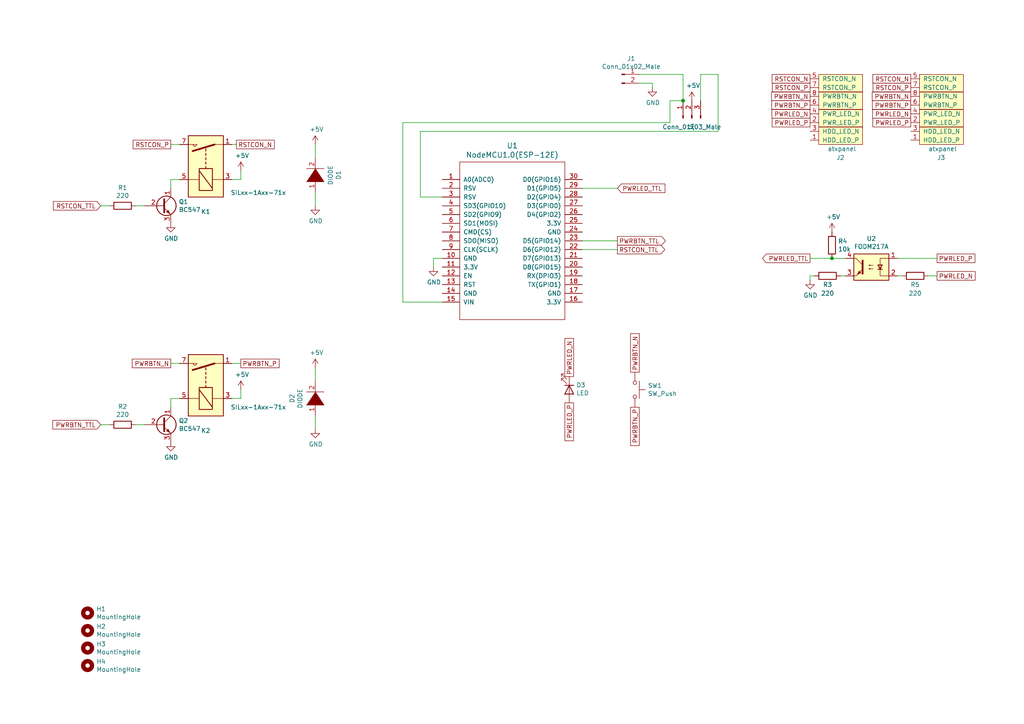
<source format=kicad_sch>
(kicad_sch (version 20211123) (generator eeschema)
  (paper "A4")
  (lib_symbols
    (symbol "Connector:Conn_01x02_Male" (pin_names (offset 1.016) hide)
      (property "Reference" "J" (at 0 2.54 0))
      (property "Value" "Conn_01x02_Male" (at 0 -5.08 0))
      (symbol "Conn_01x02_Male_1_1"
        (polyline (pts (xy 1.27 -2.54) (xy 0.8636 -2.54)) (stroke (width 0.1524)))
        (polyline (pts (xy 1.27 0) (xy 0.8636 0)) (stroke (width 0.1524)))
        (rectangle (start 0.8636 -2.413) (end 0 -2.667) (stroke (width 0.1524)) (fill (type outline)))
        (rectangle (start 0.8636 0.127) (end 0 -0.127) (stroke (width 0.1524)) (fill (type outline)))
        (pin passive line (at 5.08 0 180) (length 3.81) (name "Pin_1") (number "1"))
        (pin passive line (at 5.08 -2.54 180) (length 3.81) (name "Pin_2") (number "2"))
      )
    )
    (symbol "Connector:Conn_01x03_Male" (pin_names (offset 1.016) hide)
      (property "Reference" "J" (at 0 5.08 0))
      (property "Value" "Conn_01x03_Male" (at 0 -5.08 0))
      (symbol "Conn_01x03_Male_1_1"
        (polyline (pts (xy 1.27 -2.54) (xy 0.8636 -2.54)) (stroke (width 0.1524)))
        (polyline (pts (xy 1.27 0) (xy 0.8636 0)) (stroke (width 0.1524)))
        (polyline (pts (xy 1.27 2.54) (xy 0.8636 2.54)) (stroke (width 0.1524)))
        (rectangle (start 0.8636 -2.413) (end 0 -2.667) (stroke (width 0.1524)) (fill (type outline)))
        (rectangle (start 0.8636 0.127) (end 0 -0.127) (stroke (width 0.1524)) (fill (type outline)))
        (rectangle (start 0.8636 2.667) (end 0 2.413) (stroke (width 0.1524)) (fill (type outline)))
        (pin passive line (at 5.08 2.54 180) (length 3.81) (name "Pin_1") (number "1"))
        (pin passive line (at 5.08 0 180) (length 3.81) (name "Pin_2") (number "2"))
        (pin passive line (at 5.08 -2.54 180) (length 3.81) (name "Pin_3") (number "3"))
      )
    )
    (symbol "Device:LED" (pin_numbers hide) (pin_names (offset 1.016) hide)
      (property "Reference" "D" (at 0 2.54 0))
      (property "Value" "LED" (at 0 -2.54 0))
      (symbol "LED_0_1"
        (polyline (pts (xy -1.27 -1.27) (xy -1.27 1.27)) (stroke (width 0.254)))
        (polyline (pts (xy -1.27 0) (xy 1.27 0)))
        (polyline (pts (xy 1.27 -1.27) (xy 1.27 1.27) (xy -1.27 0) (xy 1.27 -1.27)) (stroke (width 0.254)))
        (polyline (pts (xy -3.048 -0.762) (xy -4.572 -2.286) (xy -3.81 -2.286) (xy -4.572 -2.286) (xy -4.572 -1.524)))
        (polyline (pts (xy -1.778 -0.762) (xy -3.302 -2.286) (xy -2.54 -2.286) (xy -3.302 -2.286) (xy -3.302 -1.524)))
      )
      (symbol "LED_1_1"
        (pin passive line (at -3.81 0 0) (length 2.54) (name "K") (number "1"))
        (pin passive line (at 3.81 0 180) (length 2.54) (name "A") (number "2"))
      )
    )
    (symbol "Device:R" (pin_numbers hide) (pin_names (offset 0))
      (property "Reference" "R" (at 2.032 0 90))
      (property "Value" "R" (at 0 0 90))
      (symbol "R_0_1"
        (rectangle (start -1.016 -2.54) (end 1.016 2.54) (stroke (width 0.254)))
      )
      (symbol "R_1_1"
        (pin passive line (at 0 3.81 270) (length 1.27) (name "~") (number "1"))
        (pin passive line (at 0 -3.81 90) (length 1.27) (name "~") (number "2"))
      )
    )
    (symbol "Isolator:FODM217A"
      (property "Reference" "U" (at -5.08 5.08 0))
      (property "Value" "FODM217A" (at 0 5.08 0))
      (symbol "FODM217A_0_1"
        (rectangle (start -5.08 3.81) (end 5.08 -3.81) (stroke (width 0.254)) (fill (type background)))
        (polyline (pts (xy -3.175 -0.635) (xy -1.905 -0.635)) (stroke (width 0.254)))
        (polyline (pts (xy 2.54 0.635) (xy 4.445 2.54)))
        (polyline (pts (xy 4.445 -2.54) (xy 2.54 -0.635)) (fill (type outline)))
        (polyline (pts (xy 4.445 -2.54) (xy 5.08 -2.54)))
        (polyline (pts (xy 4.445 2.54) (xy 5.08 2.54)))
        (polyline (pts (xy -5.08 2.54) (xy -2.54 2.54) (xy -2.54 -0.635)))
        (polyline (pts (xy -2.54 -0.635) (xy -2.54 -2.54) (xy -5.08 -2.54)))
        (polyline (pts (xy 2.54 1.905) (xy 2.54 -1.905) (xy 2.54 -1.905)) (stroke (width 0.508)))
        (polyline (pts (xy -2.54 -0.635) (xy -3.175 0.635) (xy -1.905 0.635) (xy -2.54 -0.635)) (stroke (width 0.254)))
        (polyline (pts (xy -0.508 -0.508) (xy 0.762 -0.508) (xy 0.381 -0.635) (xy 0.381 -0.381) (xy 0.762 -0.508)))
        (polyline (pts (xy -0.508 0.508) (xy 0.762 0.508) (xy 0.381 0.381) (xy 0.381 0.635) (xy 0.762 0.508)))
        (polyline (pts (xy 3.048 -1.651) (xy 3.556 -1.143) (xy 4.064 -2.159) (xy 3.048 -1.651) (xy 3.048 -1.651)) (fill (type outline)))
      )
      (symbol "FODM217A_1_1"
        (pin passive line (at -7.62 2.54 0) (length 2.54) (name "~") (number "1"))
        (pin passive line (at -7.62 -2.54 0) (length 2.54) (name "~") (number "2"))
        (pin passive line (at 7.62 -2.54 180) (length 2.54) (name "~") (number "3"))
        (pin passive line (at 7.62 2.54 180) (length 2.54) (name "~") (number "4"))
      )
    )
    (symbol "Mechanical:MountingHole" (pin_names (offset 1.016))
      (property "Reference" "H" (at 0 5.08 0))
      (property "Value" "MountingHole" (at 0 3.175 0))
      (symbol "MountingHole_0_1"
        (circle (center 0 0) (radius 1.27) (stroke (width 1.27)))
      )
    )
    (symbol "Relay:SILxx-1Axx-71x"
      (property "Reference" "K" (at 8.89 3.81 0))
      (property "Value" "SILxx-1Axx-71x" (at 8.89 1.27 0))
      (symbol "SILxx-1Axx-71x_0_0"
        (polyline (pts (xy 5.08 5.08) (xy 5.08 2.54) (xy 4.445 3.175) (xy 5.08 3.81)))
      )
      (symbol "SILxx-1Axx-71x_0_1"
        (rectangle (start -10.16 5.08) (end 7.62 -5.08) (stroke (width 0.254)) (fill (type background)))
        (rectangle (start -8.255 1.905) (end -1.905 -1.905) (stroke (width 0.254)))
        (polyline (pts (xy -7.62 -1.905) (xy -2.54 1.905)) (stroke (width 0.254)))
        (polyline (pts (xy -5.08 -5.08) (xy -5.08 -1.905)))
        (polyline (pts (xy -5.08 5.08) (xy -5.08 1.905)))
        (polyline (pts (xy -1.905 0) (xy -1.27 0)) (stroke (width 0.254)))
        (polyline (pts (xy -0.635 0) (xy 0 0)) (stroke (width 0.254)))
        (polyline (pts (xy 0.635 0) (xy 1.27 0)) (stroke (width 0.254)))
        (polyline (pts (xy 1.905 0) (xy 2.54 0)) (stroke (width 0.254)))
        (polyline (pts (xy 3.175 0) (xy 3.81 0)) (stroke (width 0.254)))
        (polyline (pts (xy 5.08 -2.54) (xy 3.175 3.81)) (stroke (width 0.508)))
        (polyline (pts (xy 5.08 -2.54) (xy 5.08 -5.08)))
      )
      (symbol "SILxx-1Axx-71x_1_1"
        (pin passive line (at 5.08 -7.62 90) (length 2.54) (name "~") (number "1"))
        (pin passive line (at -5.08 -7.62 90) (length 2.54) (name "~") (number "3"))
        (pin passive line (at -5.08 7.62 270) (length 2.54) (name "~") (number "5"))
        (pin passive line (at 5.08 7.62 270) (length 2.54) (name "~") (number "7"))
      )
    )
    (symbol "Switch:SW_Push" (pin_numbers hide) (pin_names (offset 1.016) hide)
      (property "Reference" "SW" (at 1.27 2.54 0))
      (property "Value" "SW_Push" (at 0 -1.524 0))
      (symbol "SW_Push_0_1"
        (circle (center -2.032 0) (radius 0.508))
        (polyline (pts (xy 0 1.27) (xy 0 3.048)))
        (polyline (pts (xy 2.54 1.27) (xy -2.54 1.27)))
        (circle (center 2.032 0) (radius 0.508))
        (pin passive line (at -5.08 0 0) (length 2.54) (name "1") (number "1"))
        (pin passive line (at 5.08 0 180) (length 2.54) (name "2") (number "2"))
      )
    )
    (symbol "Transistor_BJT:BC547" (pin_names (offset 0) hide)
      (property "Reference" "Q" (at 5.08 1.905 0))
      (property "Value" "BC547" (at 5.08 0 0))
      (symbol "BC547_0_1"
        (polyline (pts (xy 0 0) (xy 0.635 0)))
        (polyline (pts (xy 0.635 0.635) (xy 2.54 2.54)))
        (polyline (pts (xy 0.635 -0.635) (xy 2.54 -2.54) (xy 2.54 -2.54)))
        (polyline (pts (xy 0.635 1.905) (xy 0.635 -1.905) (xy 0.635 -1.905)) (stroke (width 0.508)))
        (polyline (pts (xy 1.27 -1.778) (xy 1.778 -1.27) (xy 2.286 -2.286) (xy 1.27 -1.778) (xy 1.27 -1.778)) (fill (type outline)))
        (circle (center 1.27 0) (radius 2.8194) (stroke (width 0.254)))
      )
      (symbol "BC547_1_1"
        (pin passive line (at 2.54 5.08 270) (length 2.54) (name "C") (number "1"))
        (pin input line (at -5.08 0 0) (length 5.08) (name "B") (number "2"))
        (pin passive line (at 2.54 -5.08 90) (length 2.54) (name "E") (number "3"))
      )
    )
    (symbol "esp8266:NodeMCU1.0(ESP-12E)" (pin_names (offset 1.016))
      (property "Reference" "U" (at 0 21.59 0))
      (property "Value" "NodeMCU1.0(ESP-12E)" (at 0 -21.59 0))
      (symbol "NodeMCU1.0(ESP-12E)_0_1"
        (rectangle (start -15.24 -22.86) (end 15.24 22.86))
      )
      (symbol "NodeMCU1.0(ESP-12E)_1_1"
        (pin input line (at -20.32 17.78 0) (length 5.08) (name "A0(ADC0)") (number "1"))
        (pin input line (at -20.32 -5.08 0) (length 5.08) (name "GND") (number "10"))
        (pin input line (at -20.32 -7.62 0) (length 5.08) (name "3.3V") (number "11"))
        (pin input line (at -20.32 -10.16 0) (length 5.08) (name "EN") (number "12"))
        (pin input line (at -20.32 -12.7 0) (length 5.08) (name "RST") (number "13"))
        (pin input line (at -20.32 -15.24 0) (length 5.08) (name "GND") (number "14"))
        (pin input line (at -20.32 -17.78 0) (length 5.08) (name "VIN") (number "15"))
        (pin input line (at 20.32 -17.78 180) (length 5.08) (name "3.3V") (number "16"))
        (pin input line (at 20.32 -15.24 180) (length 5.08) (name "GND") (number "17"))
        (pin input line (at 20.32 -12.7 180) (length 5.08) (name "TX(GPIO1)") (number "18"))
        (pin input line (at 20.32 -10.16 180) (length 5.08) (name "RX(DPIO3)") (number "19"))
        (pin input line (at -20.32 15.24 0) (length 5.08) (name "RSV") (number "2"))
        (pin input line (at 20.32 -7.62 180) (length 5.08) (name "D8(GPIO15)") (number "20"))
        (pin input line (at 20.32 -5.08 180) (length 5.08) (name "D7(GPIO13)") (number "21"))
        (pin input line (at 20.32 -2.54 180) (length 5.08) (name "D6(GPIO12)") (number "22"))
        (pin input line (at 20.32 0 180) (length 5.08) (name "D5(GPIO14)") (number "23"))
        (pin input line (at 20.32 2.54 180) (length 5.08) (name "GND") (number "24"))
        (pin input line (at 20.32 5.08 180) (length 5.08) (name "3.3V") (number "25"))
        (pin input line (at 20.32 7.62 180) (length 5.08) (name "D4(GPIO2)") (number "26"))
        (pin input line (at 20.32 10.16 180) (length 5.08) (name "D3(GPIO0)") (number "27"))
        (pin input line (at 20.32 12.7 180) (length 5.08) (name "D2(GPIO4)") (number "28"))
        (pin input line (at 20.32 15.24 180) (length 5.08) (name "D1(GPIO5)") (number "29"))
        (pin input line (at -20.32 12.7 0) (length 5.08) (name "RSV") (number "3"))
        (pin input line (at 20.32 17.78 180) (length 5.08) (name "D0(GPIO16)") (number "30"))
        (pin input line (at -20.32 10.16 0) (length 5.08) (name "SD3(GPIO10)") (number "4"))
        (pin input line (at -20.32 7.62 0) (length 5.08) (name "SD2(GPIO9)") (number "5"))
        (pin input line (at -20.32 5.08 0) (length 5.08) (name "SD1(MOSI)") (number "6"))
        (pin input line (at -20.32 2.54 0) (length 5.08) (name "CMD(CS)") (number "7"))
        (pin input line (at -20.32 0 0) (length 5.08) (name "SDO(MISO)") (number "8"))
        (pin input line (at -20.32 -2.54 0) (length 5.08) (name "CLK(SCLK)") (number "9"))
      )
    )
    (symbol "power:+5V" (power) (pin_names (offset 0))
      (property "Value" "+5V" (at 0 3.556 0))
      (symbol "+5V_0_1"
        (polyline (pts (xy -0.762 1.27) (xy 0 2.54)))
        (polyline (pts (xy 0 0) (xy 0 2.54)))
        (polyline (pts (xy 0 2.54) (xy 0.762 1.27)))
      )
      (symbol "+5V_1_1"
        (pin power_in line (at 0 0 90) (length 0) hide (name "+5V") (number "1"))
      )
    )
    (symbol "power:GND" (power) (pin_names (offset 0))
      (property "Value" "GND" (at 0 -3.81 0))
      (symbol "GND_0_1"
        (polyline (pts (xy 0 0) (xy 0 -1.27) (xy 1.27 -1.27) (xy 0 -2.54) (xy -1.27 -1.27) (xy 0 -1.27)))
      )
      (symbol "GND_1_1"
        (pin power_in line (at 0 0 270) (length 0) hide (name "GND") (number "1"))
      )
    )
    (symbol "pspice:DIODE" (pin_names (offset 1.016) hide)
      (property "Reference" "D" (at 0 3.81 0))
      (property "Value" "DIODE" (at 0 -4.445 0))
      (symbol "DIODE_0_1"
        (polyline (pts (xy 1.905 2.54) (xy 1.905 -2.54)))
        (polyline (pts (xy -1.905 2.54) (xy -1.905 -2.54) (xy 1.905 0)) (fill (type outline)))
      )
      (symbol "DIODE_1_1"
        (pin input line (at -5.08 0 0) (length 3.81) (name "K") (number "1"))
        (pin input line (at 5.08 0 180) (length 3.81) (name "A") (number "2"))
      )
    )
    (symbol "symbols:atxpanel" (pin_names (offset 1.016))
      (property "Reference" "J" (at 0 -11.43 0))
      (property "Value" "atxpanel" (at 0 -12.7 0))
      (symbol "atxpanel_0_1"
        (rectangle (start -6.35 0) (end 6.35 -5.08) (fill (type background)))
        (rectangle (start -6.35 5.08) (end 6.35 0) (fill (type background)))
        (rectangle (start -6.35 10.16) (end 6.35 5.08) (fill (type background)))
        (rectangle (start 6.35 -5.08) (end -6.35 -10.16) (fill (type background)))
      )
      (symbol "atxpanel_1_1"
        (pin output line (at 8.89 8.89 180) (length 2.54) (name "HDD_LED_P") (number "1"))
        (pin output line (at 8.89 3.81 180) (length 2.54) (name "PWR_LED_P") (number "2"))
        (pin output line (at 8.89 6.35 180) (length 2.54) (name "HDD_LED_N") (number "3"))
        (pin output line (at 8.89 1.27 180) (length 2.54) (name "PWR_LED_N") (number "4"))
        (pin output line (at 8.89 -8.89 180) (length 2.54) (name "RSTCON_N") (number "5"))
        (pin output line (at 8.89 -1.27 180) (length 2.54) (name "PWRBTN_P") (number "6"))
        (pin output line (at 8.89 -6.35 180) (length 2.54) (name "RSTCON_P") (number "7"))
        (pin output line (at 8.89 -3.81 180) (length 2.54) (name "PWRBTN_N") (number "8"))
      )
    )
  )
  (junction (at 241.3 74.93))
  (junction (at 198.12 29.21))
  (wire (pts (xy 234.95 80.01) (xy 234.95 81.28)))
  (wire (pts (xy 91.44 110.49) (xy 91.44 106.68)))
  (wire (pts (xy 29.21 59.69) (xy 31.75 59.69)))
  (wire (pts (xy 125.73 74.93) (xy 125.73 77.47)))
  (wire (pts (xy 121.92 38.1) (xy 208.28 38.1)))
  (wire (pts (xy 198.12 29.21) (xy 198.12 21.59)))
  (wire (pts (xy 245.11 74.93) (xy 241.3 74.93)))
  (wire (pts (xy 116.84 87.63) (xy 128.27 87.63)))
  (wire (pts (xy 91.44 124.46) (xy 91.44 120.65)))
  (wire (pts (xy 185.42 21.59) (xy 198.12 21.59)))
  (wire (pts (xy 208.28 38.1) (xy 208.28 21.59)))
  (wire (pts (xy 49.53 115.57) (xy 52.07 115.57)))
  (wire (pts (xy 49.53 41.91) (xy 52.07 41.91)))
  (wire (pts (xy 128.27 57.15) (xy 121.92 57.15)))
  (wire (pts (xy 198.12 29.21) (xy 194.31 29.21)))
  (wire (pts (xy 194.31 35.56) (xy 116.84 35.56)))
  (wire (pts (xy 69.85 115.57) (xy 69.85 113.03)))
  (wire (pts (xy 241.3 74.93) (xy 234.95 74.93)))
  (wire (pts (xy 271.78 80.01) (xy 269.24 80.01)))
  (wire (pts (xy 29.21 123.19) (xy 31.75 123.19)))
  (wire (pts (xy 49.53 118.11) (xy 49.53 115.57)))
  (wire (pts (xy 243.84 80.01) (xy 245.11 80.01)))
  (wire (pts (xy 91.44 45.72) (xy 91.44 41.91)))
  (wire (pts (xy 194.31 29.21) (xy 194.31 35.56)))
  (wire (pts (xy 261.62 80.01) (xy 260.35 80.01)))
  (wire (pts (xy 67.31 115.57) (xy 69.85 115.57)))
  (wire (pts (xy 91.44 55.88) (xy 91.44 59.69)))
  (wire (pts (xy 208.28 21.59) (xy 203.2 21.59)))
  (wire (pts (xy 39.37 59.69) (xy 41.91 59.69)))
  (wire (pts (xy 189.23 25.4) (xy 189.23 24.13)))
  (wire (pts (xy 189.23 24.13) (xy 185.42 24.13)))
  (wire (pts (xy 39.37 123.19) (xy 41.91 123.19)))
  (wire (pts (xy 260.35 74.93) (xy 271.78 74.93)))
  (wire (pts (xy 49.53 54.61) (xy 49.53 52.07)))
  (wire (pts (xy 67.31 105.41) (xy 69.85 105.41)))
  (wire (pts (xy 49.53 105.41) (xy 52.07 105.41)))
  (wire (pts (xy 69.85 52.07) (xy 69.85 49.53)))
  (wire (pts (xy 168.91 72.39) (xy 179.07 72.39)))
  (wire (pts (xy 121.92 57.15) (xy 121.92 38.1)))
  (wire (pts (xy 179.07 54.61) (xy 168.91 54.61)))
  (wire (pts (xy 116.84 35.56) (xy 116.84 87.63)))
  (wire (pts (xy 67.31 52.07) (xy 69.85 52.07)))
  (wire (pts (xy 203.2 21.59) (xy 203.2 29.21)))
  (wire (pts (xy 236.22 80.01) (xy 234.95 80.01)))
  (wire (pts (xy 49.53 52.07) (xy 52.07 52.07)))
  (wire (pts (xy 168.91 69.85) (xy 179.07 69.85)))
  (wire (pts (xy 128.27 74.93) (xy 125.73 74.93)))
  (wire (pts (xy 67.31 41.91) (xy 68.58 41.91)))
  (global_label "PWRBTN_P" (shape passive) (at 264.16 30.48 180) (property "Intersheet References" "${INTERSHEET_REFS}" (effects hide)))
  (global_label "RSTCON_P" (shape passive) (at 264.16 25.4 180) (property "Intersheet References" "${INTERSHEET_REFS}" (effects hide)))
  (global_label "PWRLED_N" (shape passive) (at 165.1 109.22 90) (property "Intersheet References" "${INTERSHEET_REFS}" (effects hide)))
  (global_label "PWRLED_TTL" (shape output) (at 234.95 74.93 180) (property "Intersheet References" "${INTERSHEET_REFS}" (effects hide)))
  (global_label "RSTCON_N" (shape passive) (at 264.16 22.86 180) (property "Intersheet References" "${INTERSHEET_REFS}" (effects hide)))
  (global_label "PWRBTN_TTL" (shape output) (at 179.07 69.85 0) (property "Intersheet References" "${INTERSHEET_REFS}" (effects hide)))
  (global_label "PWRLED_N" (shape passive) (at 271.78 80.01 0) (property "Intersheet References" "${INTERSHEET_REFS}" (effects hide)))
  (global_label "PWRBTN_P" (shape passive) (at 184.15 118.11 270) (property "Intersheet References" "${INTERSHEET_REFS}" (effects hide)))
  (global_label "PWRBTN_N" (shape passive) (at 49.53 105.41 180) (property "Intersheet References" "${INTERSHEET_REFS}" (effects hide)))
  (global_label "PWRBTN_P" (shape passive) (at 69.85 105.41 0) (property "Intersheet References" "${INTERSHEET_REFS}" (effects hide)))
  (global_label "PWRLED_P" (shape passive) (at 165.1 116.84 270) (property "Intersheet References" "${INTERSHEET_REFS}" (effects hide)))
  (global_label "RSTCON_P" (shape passive) (at 49.53 41.91 180) (property "Intersheet References" "${INTERSHEET_REFS}" (effects hide)))
  (global_label "PWRBTN_TTL" (shape input) (at 29.21 123.19 180) (property "Intersheet References" "${INTERSHEET_REFS}" (effects hide)))
  (global_label "PWRBTN_N" (shape passive) (at 264.16 27.94 180) (property "Intersheet References" "${INTERSHEET_REFS}" (effects hide)))
  (global_label "RSTCON_P" (shape passive) (at 234.95 25.4 180) (property "Intersheet References" "${INTERSHEET_REFS}" (effects hide)))
  (global_label "RSTCON_N" (shape passive) (at 234.95 22.86 180) (property "Intersheet References" "${INTERSHEET_REFS}" (effects hide)))
  (global_label "PWRLED_TTL" (shape input) (at 179.07 54.61 0) (property "Intersheet References" "${INTERSHEET_REFS}" (effects hide)))
  (global_label "PWRBTN_N" (shape passive) (at 234.95 27.94 180) (property "Intersheet References" "${INTERSHEET_REFS}" (effects hide)))
  (global_label "RSTCON_N" (shape passive) (at 68.58 41.91 0) (property "Intersheet References" "${INTERSHEET_REFS}" (effects hide)))
  (global_label "RSTCON_TTL" (shape input) (at 29.21 59.69 180) (property "Intersheet References" "${INTERSHEET_REFS}" (effects hide)))
  (global_label "RSTCON_TTL" (shape output) (at 179.07 72.39 0) (property "Intersheet References" "${INTERSHEET_REFS}" (effects hide)))
  (global_label "PWRLED_N" (shape passive) (at 264.16 33.02 180) (property "Intersheet References" "${INTERSHEET_REFS}" (effects hide)))
  (global_label "PWRBTN_N" (shape passive) (at 184.15 107.95 90) (property "Intersheet References" "${INTERSHEET_REFS}" (effects hide)))
  (global_label "PWRLED_P" (shape passive) (at 234.95 35.56 180) (property "Intersheet References" "${INTERSHEET_REFS}" (effects hide)))
  (global_label "PWRLED_P" (shape passive) (at 271.78 74.93 0) (property "Intersheet References" "${INTERSHEET_REFS}" (effects hide)))
  (global_label "PWRLED_N" (shape passive) (at 234.95 33.02 180) (property "Intersheet References" "${INTERSHEET_REFS}" (effects hide)))
  (global_label "PWRLED_P" (shape passive) (at 264.16 35.56 180) (property "Intersheet References" "${INTERSHEET_REFS}" (effects hide)))
  (global_label "PWRBTN_P" (shape passive) (at 234.95 30.48 180) (property "Intersheet References" "${INTERSHEET_REFS}" (effects hide)))
  (symbol (lib_id "Transistor_BJT:BC547") (at 46.99 123.19 0) (unit 1)
    (property "Reference" "Q2" (at 51.8414 122.0216 0) (effects (justify left)))
    (property "Value" "BC547" (at 51.8414 124.333 0) (effects (justify left)))
    (property "Footprint" "Package_TO_SOT_THT:TO-92_Inline_Wide" (effects hide))
    (property "Datasheet" "http://www.fairchildsemi.com/ds/BC/BC547.pdf" (effects hide))
  )
  (symbol (lib_id "Relay:SILxx-1Axx-71x") (at 59.69 110.49 90) (unit 1)
    (property "Reference" "K2" (at 59.69 124.8918 90))
    (property "Value" "SILxx-1Axx-71x" (at 74.93 118.11 90))
    (property "Footprint" "Relay_THT:Relay_SPST_StandexMeder_SIL_Form1A" (effects hide))
    (property "Datasheet" "https://standexelectronics.com/wp-content/uploads/datasheet_reed_relay_SIL.pdf" (effects hide))
  )
  (symbol (lib_id "power:GND") (at 49.53 128.27 0) (unit 1)
    (property "Reference" "#PWR0101" (effects hide))
    (property "Value" "GND" (at 49.657 132.6642 0))
  )
  (symbol (lib_id "power:+5V") (at 69.85 113.03 0) (unit 1)
    (property "Reference" "#PWR0102" (effects hide))
    (property "Value" "+5V" (at 70.231 108.6358 0))
  )
  (symbol (lib_id "symbols:atxpanel") (at 273.05 31.75 180) (unit 1)
    (property "Reference" "J3" (at 271.78 45.72 0) (effects (justify right)))
    (property "Value" "atxpanel" (at 269.24 43.18 0) (effects (justify right)))
    (property "Footprint" "symbols:atx-panel-horz-inverted" (effects hide))
  )
  (symbol (lib_id "Transistor_BJT:BC547") (at 46.99 59.69 0) (unit 1)
    (property "Reference" "Q1" (at 51.8414 58.5216 0) (effects (justify left)))
    (property "Value" "BC547" (at 51.8414 60.833 0) (effects (justify left)))
    (property "Footprint" "Package_TO_SOT_THT:TO-92_Inline_Wide" (effects hide))
    (property "Datasheet" "http://www.fairchildsemi.com/ds/BC/BC547.pdf" (effects hide))
  )
  (symbol (lib_id "Relay:SILxx-1Axx-71x") (at 59.69 46.99 90) (unit 1)
    (property "Reference" "K1" (at 59.69 61.3918 90))
    (property "Value" "SILxx-1Axx-71x" (at 74.93 55.88 90))
    (property "Footprint" "Relay_THT:Relay_SPST_StandexMeder_SIL_Form1A" (effects hide))
    (property "Datasheet" "https://standexelectronics.com/wp-content/uploads/datasheet_reed_relay_SIL.pdf" (effects hide))
  )
  (symbol (lib_id "power:GND") (at 49.53 64.77 0) (unit 1)
    (property "Reference" "#PWR0103" (effects hide))
    (property "Value" "GND" (at 49.657 69.1642 0))
  )
  (symbol (lib_id "power:+5V") (at 69.85 49.53 0) (unit 1)
    (property "Reference" "#PWR0104" (effects hide))
    (property "Value" "+5V" (at 70.231 45.1358 0))
  )
  (symbol (lib_id "pspice:DIODE") (at 91.44 50.8 90) (unit 1)
    (property "Reference" "D1" (at 98.171 50.8 0))
    (property "Value" "DIODE" (at 95.8596 50.8 0))
    (property "Footprint" "Diode_THT:D_A-405_P7.62mm_Horizontal" (effects hide))
  )
  (symbol (lib_id "pspice:DIODE") (at 91.44 115.57 90) (unit 1)
    (property "Reference" "D2" (at 84.709 115.57 0))
    (property "Value" "DIODE" (at 87.0204 115.57 0))
    (property "Footprint" "Diode_THT:D_A-405_P7.62mm_Horizontal" (effects hide))
  )
  (symbol (lib_id "Device:R") (at 35.56 59.69 90) (unit 1)
    (property "Reference" "R1" (at 35.56 54.4322 90))
    (property "Value" "220" (at 35.56 56.7436 90))
    (property "Footprint" "Resistor_THT:R_Axial_DIN0204_L3.6mm_D1.6mm_P7.62mm_Horizontal" (effects hide))
  )
  (symbol (lib_id "Device:R") (at 35.56 123.19 90) (unit 1)
    (property "Reference" "R2" (at 35.56 117.9322 90))
    (property "Value" "220" (at 35.56 120.2436 90))
    (property "Footprint" "Resistor_THT:R_Axial_DIN0204_L3.6mm_D1.6mm_P7.62mm_Horizontal" (effects hide))
  )
  (symbol (lib_id "esp8266:NodeMCU1.0(ESP-12E)") (at 148.59 69.85 0) (unit 1)
    (property "Reference" "U1" (at 148.59 42.2402 0) (effects (font (size 1.524 1.524))))
    (property "Value" "NodeMCU1.0(ESP-12E)" (at 148.59 44.9326 0) (effects (font (size 1.524 1.524))))
    (property "Footprint" "esp8266:NodeMCU-LoLinV3" (effects hide))
  )
  (symbol (lib_id "power:GND") (at 125.73 77.47 0) (unit 1)
    (property "Reference" "#PWR0106" (effects hide))
    (property "Value" "GND" (at 125.857 81.8642 0))
  )
  (symbol (lib_id "Isolator:FODM217A") (at 252.73 77.47 0) (mirror y) (unit 1)
    (property "Reference" "U2" (at 252.73 69.215 0))
    (property "Value" "FODM217A" (at 252.73 71.5264 0))
    (property "Footprint" "Package_DIP:DIP-4_W7.62mm" (effects hide))
    (property "Datasheet" "https://www.onsemi.com/pub/Collateral/FODM214-D.PDF" (effects hide))
  )
  (symbol (lib_id "power:GND") (at 234.95 81.28 0) (unit 1)
    (property "Reference" "#PWR0107" (effects hide))
    (property "Value" "GND" (at 235.077 85.6742 0))
  )
  (symbol (lib_id "Device:R") (at 240.03 80.01 90) (unit 1)
    (property "Reference" "R3" (at 240.03 82.55 90))
    (property "Value" "220" (at 240.03 85.09 90))
    (property "Footprint" "Resistor_THT:R_Axial_DIN0204_L3.6mm_D1.6mm_P7.62mm_Horizontal" (effects hide))
  )
  (symbol (lib_id "Device:R") (at 241.3 71.12 0) (unit 1)
    (property "Reference" "R4" (at 243.078 69.9516 0) (effects (justify left)))
    (property "Value" "10k" (at 243.078 72.263 0) (effects (justify left)))
    (property "Footprint" "Resistor_THT:R_Axial_DIN0204_L3.6mm_D1.6mm_P7.62mm_Horizontal" (effects hide))
  )
  (symbol (lib_id "power:+5V") (at 241.3 67.31 0) (unit 1)
    (property "Reference" "#PWR0108" (effects hide))
    (property "Value" "+5V" (at 241.681 62.9158 0))
  )
  (symbol (lib_id "symbols:atxpanel") (at 243.84 31.75 180) (unit 1)
    (property "Reference" "J2" (at 242.57 45.72 0) (effects (justify right)))
    (property "Value" "atxpanel" (at 240.03 43.18 0) (effects (justify right)))
    (property "Footprint" "symbols:atx-panel" (effects hide))
  )
  (symbol (lib_id "power:+5V") (at 200.66 29.21 0) (unit 1)
    (property "Reference" "#PWR0109" (effects hide))
    (property "Value" "+5V" (at 201.041 24.8158 0))
  )
  (symbol (lib_id "power:GND") (at 189.23 25.4 0) (unit 1)
    (property "Reference" "#PWR0110" (effects hide))
    (property "Value" "GND" (at 189.357 29.7942 0))
  )
  (symbol (lib_id "Mechanical:MountingHole") (at 25.4 177.8 0) (unit 1)
    (property "Reference" "H1" (at 27.94 176.6316 0) (effects (justify left)))
    (property "Value" "MountingHole" (at 27.94 178.943 0) (effects (justify left)))
    (property "Footprint" "MountingHole:MountingHole_3.2mm_M3" (effects hide))
  )
  (symbol (lib_id "Mechanical:MountingHole") (at 25.4 182.88 0) (unit 1)
    (property "Reference" "H2" (at 27.94 181.7116 0) (effects (justify left)))
    (property "Value" "MountingHole" (at 27.94 184.023 0) (effects (justify left)))
    (property "Footprint" "MountingHole:MountingHole_3.2mm_M3" (effects hide))
  )
  (symbol (lib_id "Mechanical:MountingHole") (at 25.4 187.96 0) (unit 1)
    (property "Reference" "H3" (at 27.94 186.7916 0) (effects (justify left)))
    (property "Value" "MountingHole" (at 27.94 189.103 0) (effects (justify left)))
    (property "Footprint" "MountingHole:MountingHole_3.2mm_M3" (effects hide))
  )
  (symbol (lib_id "Mechanical:MountingHole") (at 25.4 193.04 0) (unit 1)
    (property "Reference" "H4" (at 27.94 191.8716 0) (effects (justify left)))
    (property "Value" "MountingHole" (at 27.94 194.183 0) (effects (justify left)))
    (property "Footprint" "MountingHole:MountingHole_3.2mm_M3" (effects hide))
  )
  (symbol (lib_id "power:+5V") (at 91.44 106.68 0) (unit 1)
    (property "Reference" "#PWR0111" (effects hide))
    (property "Value" "+5V" (at 91.821 102.2858 0))
  )
  (symbol (lib_id "power:GND") (at 91.44 124.46 0) (unit 1)
    (property "Reference" "#PWR0112" (effects hide))
    (property "Value" "GND" (at 91.567 128.8542 0))
  )
  (symbol (lib_id "power:GND") (at 91.44 59.69 0) (unit 1)
    (property "Reference" "#PWR0113" (effects hide))
    (property "Value" "GND" (at 91.567 64.0842 0))
  )
  (symbol (lib_id "power:+5V") (at 91.44 41.91 0) (unit 1)
    (property "Reference" "#PWR0114" (effects hide))
    (property "Value" "+5V" (at 91.821 37.5158 0))
  )
  (symbol (lib_id "Connector:Conn_01x03_Male") (at 200.66 34.29 90) (unit 1)
    (property "Reference" "J4" (at 200.66 36.83 0))
    (property "Value" "Conn_01x03_Male" (at 200.66 36.83 90))
    (property "Footprint" "Connector_PinHeader_2.54mm:PinHeader_1x03_P2.54mm_Vertical" (effects hide))
  )
  (symbol (lib_id "Switch:SW_Push") (at 184.15 113.03 270) (unit 1)
    (property "Reference" "SW1" (at 187.9092 111.8616 90) (effects (justify left)))
    (property "Value" "SW_Push" (at 187.9092 114.173 90) (effects (justify left)))
    (property "Footprint" "Button_Switch_THT:SW_Tactile_SKHH_Angled" (effects hide))
  )
  (symbol (lib_id "Device:LED") (at 165.1 113.03 270) (unit 1)
    (property "Reference" "D3" (at 167.132 111.6838 90) (effects (justify left)))
    (property "Value" "LED" (at 167.132 113.9952 90) (effects (justify left)))
    (property "Footprint" "LED_THT:LED_D3.0mm" (effects hide))
  )
  (symbol (lib_id "Connector:Conn_01x02_Male") (at 180.34 21.59 0) (unit 1)
    (property "Reference" "J1" (at 183.0832 16.9926 0))
    (property "Value" "Conn_01x02_Male" (at 183.0832 19.304 0))
    (property "Footprint" "Connector_PinHeader_2.54mm:PinHeader_1x02_P2.54mm_Vertical" (effects hide))
  )
  (symbol (lib_id "Device:R") (at 265.43 80.01 90) (unit 1)
    (property "Reference" "R5" (at 265.43 82.55 90))
    (property "Value" "220" (at 265.43 85.09 90))
    (property "Footprint" "Resistor_THT:R_Axial_DIN0204_L3.6mm_D1.6mm_P7.62mm_Horizontal" (effects hide))
  )
)
</source>
